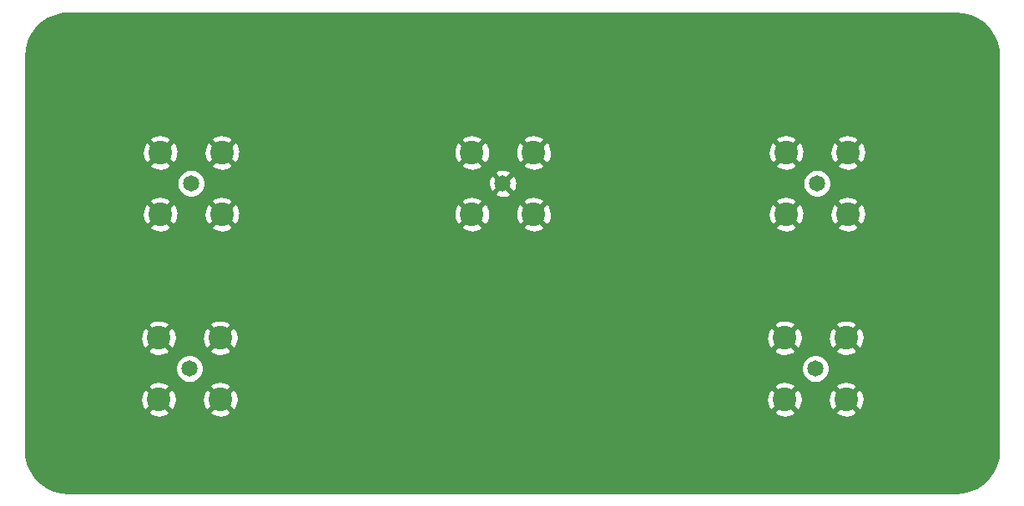
<source format=gbr>
G04 #@! TF.GenerationSoftware,KiCad,Pcbnew,(5.1.5)-3*
G04 #@! TF.CreationDate,2021-02-17T23:25:52-05:00*
G04 #@! TF.ProjectId,AM Bandpass Filter,414d2042-616e-4647-9061-73732046696c,rev?*
G04 #@! TF.SameCoordinates,Original*
G04 #@! TF.FileFunction,Copper,L2,Inr*
G04 #@! TF.FilePolarity,Positive*
%FSLAX46Y46*%
G04 Gerber Fmt 4.6, Leading zero omitted, Abs format (unit mm)*
G04 Created by KiCad (PCBNEW (5.1.5)-3) date 2021-02-17 23:25:52*
%MOMM*%
%LPD*%
G04 APERTURE LIST*
%ADD10C,2.400000*%
%ADD11C,1.650000*%
%ADD12C,0.762000*%
%ADD13C,0.250000*%
G04 APERTURE END LIST*
D10*
X197640000Y-99870000D03*
X203900000Y-99870000D03*
X203900000Y-93610000D03*
X197640000Y-93610000D03*
D11*
X200770000Y-96740000D03*
D10*
X197800000Y-81060000D03*
X204060000Y-81060000D03*
X204060000Y-74800000D03*
X197800000Y-74800000D03*
D11*
X200930000Y-77930000D03*
D10*
X165923000Y-81060000D03*
X172183000Y-81060000D03*
X172183000Y-74800000D03*
X165923000Y-74800000D03*
D11*
X169053000Y-77930000D03*
D10*
X134300000Y-81060000D03*
X140560000Y-81060000D03*
X140560000Y-74800000D03*
X134300000Y-74800000D03*
D11*
X137430000Y-77930000D03*
D10*
X134140000Y-99870000D03*
X140400000Y-99870000D03*
X140400000Y-93610000D03*
X134140000Y-93610000D03*
D11*
X137270000Y-96740000D03*
D12*
X125000000Y-67000000D03*
X125000000Y-65000000D03*
X127000000Y-65000000D03*
X129000000Y-65000000D03*
X131000000Y-65000000D03*
X133000000Y-65000000D03*
X135000000Y-65000000D03*
X137000000Y-65000000D03*
X139000000Y-65000000D03*
X141000000Y-65000000D03*
X143000000Y-65000000D03*
X145000000Y-65000000D03*
X147000000Y-65000000D03*
X149000000Y-65000000D03*
X151000000Y-65000000D03*
X153000000Y-65000000D03*
X155000000Y-65000000D03*
X157000000Y-65000000D03*
X159000000Y-65000000D03*
X161000000Y-65000000D03*
X163000000Y-65000000D03*
X165000000Y-65000000D03*
X167000000Y-65000000D03*
X169000000Y-65000000D03*
X171000000Y-65000000D03*
X173000000Y-65000000D03*
X175000000Y-65000000D03*
X177000000Y-65000000D03*
X179000000Y-65000000D03*
X181000000Y-65000000D03*
X183000000Y-65000000D03*
X185000000Y-65000000D03*
X187000000Y-65000000D03*
X189000000Y-65000000D03*
X191000000Y-65000000D03*
X193000000Y-65000000D03*
X195000000Y-65000000D03*
X197000000Y-65000000D03*
X199000000Y-65000000D03*
X201000000Y-65000000D03*
X203000000Y-65000000D03*
X205000000Y-65000000D03*
X207000000Y-65000000D03*
X209000000Y-65000000D03*
X211000000Y-65000000D03*
X213000000Y-65000000D03*
X215000000Y-65000000D03*
X125000000Y-69000000D03*
X125000000Y-71000000D03*
X125000000Y-73000000D03*
X125000000Y-75000000D03*
X125000000Y-77000000D03*
X125000000Y-79000000D03*
X125000000Y-81000000D03*
X125000000Y-83000000D03*
X125000000Y-85000000D03*
X125000000Y-87000000D03*
X125000000Y-89000000D03*
X125000000Y-91000000D03*
X125000000Y-93000000D03*
X125000000Y-95000000D03*
X125000000Y-97000000D03*
X125000000Y-99000000D03*
X125000000Y-101000000D03*
X125000000Y-103000000D03*
X125000000Y-105000000D03*
X215000000Y-67000000D03*
X215000000Y-69000000D03*
X215000000Y-71000000D03*
X215000000Y-73000000D03*
X215000000Y-75000000D03*
X215000000Y-77000000D03*
X215000000Y-79000000D03*
X215000000Y-81000000D03*
X215000000Y-83000000D03*
X215000000Y-85000000D03*
X215000000Y-87000000D03*
X215000000Y-89000000D03*
X215000000Y-91000000D03*
X215000000Y-93000000D03*
X215000000Y-95000000D03*
X215000000Y-97000000D03*
X215000000Y-99000000D03*
X215000000Y-101000000D03*
X215000000Y-103000000D03*
X215000000Y-105000000D03*
X213000000Y-105000000D03*
X211000000Y-105000000D03*
X209000000Y-105000000D03*
X207000000Y-105000000D03*
X205000000Y-105000000D03*
X203000000Y-105000000D03*
X201000000Y-105000000D03*
X199000000Y-105000000D03*
X197000000Y-105000000D03*
X195000000Y-105000000D03*
X193000000Y-105000000D03*
X191000000Y-105000000D03*
X189000000Y-105000000D03*
X187000000Y-105000000D03*
X185000000Y-105000000D03*
X183000000Y-105000000D03*
X181000000Y-105000000D03*
X179000000Y-105000000D03*
X177000000Y-105000000D03*
X175000000Y-105000000D03*
X173000000Y-105000000D03*
X171000000Y-105000000D03*
X169000000Y-105000000D03*
X167000000Y-105000000D03*
X165000000Y-105000000D03*
X163000000Y-105000000D03*
X161000000Y-105000000D03*
X159000000Y-105000000D03*
X157000000Y-105000000D03*
X155000000Y-105000000D03*
X153000000Y-105000000D03*
X151000000Y-105000000D03*
X149000000Y-105000000D03*
X147000000Y-105000000D03*
X145000000Y-105000000D03*
X143000000Y-105000000D03*
X141000000Y-105000000D03*
X139000000Y-105000000D03*
X137000000Y-105000000D03*
X135000000Y-105000000D03*
X133000000Y-105000000D03*
X131000000Y-105000000D03*
X129000000Y-105000000D03*
X127000000Y-105000000D03*
X139000000Y-103000000D03*
X137000000Y-103000000D03*
X135000000Y-103000000D03*
X133000000Y-103000000D03*
X131000000Y-103000000D03*
X131000000Y-101000000D03*
X131000000Y-99000000D03*
X131000000Y-97000000D03*
X131000000Y-95000000D03*
X131000000Y-93000000D03*
X131000000Y-91000000D03*
X131000000Y-89000000D03*
X131000000Y-87000000D03*
X133000000Y-87000000D03*
X135000000Y-87000000D03*
X137000000Y-87000000D03*
X139000000Y-87000000D03*
X141000000Y-87000000D03*
X141000000Y-89000000D03*
X143000000Y-89000000D03*
X143000000Y-91000000D03*
X145000000Y-91000000D03*
X145000000Y-93000000D03*
X147000000Y-93000000D03*
X149000000Y-93000000D03*
X151000000Y-93000000D03*
X153000000Y-93000000D03*
X155000000Y-93000000D03*
X157000000Y-93000000D03*
X159000000Y-93000000D03*
X161000000Y-93000000D03*
X163000000Y-93000000D03*
X165000000Y-93000000D03*
X167000000Y-93000000D03*
X169000000Y-93000000D03*
X171000000Y-93000000D03*
X173000000Y-93000000D03*
X175000000Y-93000000D03*
X177000000Y-93000000D03*
X179000000Y-93000000D03*
X181000000Y-93000000D03*
X183000000Y-93000000D03*
X185000000Y-93000000D03*
X187000000Y-93000000D03*
X189000000Y-93000000D03*
X191000000Y-93000000D03*
X193000000Y-93000000D03*
X195000000Y-93000000D03*
X195000000Y-91000000D03*
X197000000Y-91000000D03*
X197000000Y-89000000D03*
X199000000Y-89000000D03*
X199000000Y-87000000D03*
X201000000Y-87000000D03*
X203000000Y-87000000D03*
X205000000Y-87000000D03*
X207000000Y-87000000D03*
X207000000Y-89000000D03*
X207000000Y-91000000D03*
X207000000Y-93000000D03*
X207000000Y-95000000D03*
X207000000Y-97000000D03*
X207000000Y-99000000D03*
X207000000Y-101000000D03*
X207000000Y-103000000D03*
X141000000Y-103000000D03*
X143000000Y-103000000D03*
X143000000Y-101000000D03*
X145000000Y-101000000D03*
X147000000Y-101000000D03*
X149000000Y-101000000D03*
X151000000Y-101000000D03*
X153000000Y-101000000D03*
X155000000Y-101000000D03*
X157000000Y-101000000D03*
X159000000Y-101000000D03*
X161000000Y-101000000D03*
X163000000Y-101000000D03*
X165000000Y-101000000D03*
X167000000Y-101000000D03*
X169000000Y-101000000D03*
X171000000Y-101000000D03*
X173000000Y-101000000D03*
X175000000Y-101000000D03*
X177000000Y-101000000D03*
X179000000Y-101000000D03*
X181000000Y-101000000D03*
X183000000Y-101000000D03*
X185000000Y-101000000D03*
X187000000Y-101000000D03*
X189000000Y-101000000D03*
X191000000Y-101000000D03*
X193000000Y-101000000D03*
X195000000Y-101000000D03*
X195000000Y-103000000D03*
X197000000Y-103000000D03*
X199000000Y-103000000D03*
X201000000Y-103000000D03*
X203000000Y-103000000D03*
X205000000Y-103000000D03*
D13*
G36*
X215769864Y-60721292D02*
G01*
X216515389Y-60925245D01*
X217213013Y-61257995D01*
X217840689Y-61709026D01*
X218378579Y-62264085D01*
X218809671Y-62905618D01*
X219120345Y-63613354D01*
X219301980Y-64369917D01*
X219350001Y-65023842D01*
X219350000Y-104971049D01*
X219278708Y-105769865D01*
X219074755Y-106515389D01*
X218742005Y-107213013D01*
X218290972Y-107840692D01*
X217735916Y-108378579D01*
X217094383Y-108809670D01*
X216386650Y-109120344D01*
X215630083Y-109301980D01*
X214976171Y-109350000D01*
X125028951Y-109350000D01*
X124230135Y-109278708D01*
X123484611Y-109074755D01*
X122786987Y-108742005D01*
X122159308Y-108290972D01*
X121621421Y-107735916D01*
X121190330Y-107094383D01*
X120879656Y-106386650D01*
X120698020Y-105630083D01*
X120650000Y-104976171D01*
X120650000Y-101141319D01*
X133045457Y-101141319D01*
X133165736Y-101423622D01*
X133487553Y-101583840D01*
X133834443Y-101678196D01*
X134193075Y-101703063D01*
X134549669Y-101657486D01*
X134890518Y-101543218D01*
X135114264Y-101423622D01*
X135234543Y-101141319D01*
X139305457Y-101141319D01*
X139425736Y-101423622D01*
X139747553Y-101583840D01*
X140094443Y-101678196D01*
X140453075Y-101703063D01*
X140809669Y-101657486D01*
X141150518Y-101543218D01*
X141374264Y-101423622D01*
X141494543Y-101141319D01*
X196545457Y-101141319D01*
X196665736Y-101423622D01*
X196987553Y-101583840D01*
X197334443Y-101678196D01*
X197693075Y-101703063D01*
X198049669Y-101657486D01*
X198390518Y-101543218D01*
X198614264Y-101423622D01*
X198734543Y-101141319D01*
X202805457Y-101141319D01*
X202925736Y-101423622D01*
X203247553Y-101583840D01*
X203594443Y-101678196D01*
X203953075Y-101703063D01*
X204309669Y-101657486D01*
X204650518Y-101543218D01*
X204874264Y-101423622D01*
X204994543Y-101141319D01*
X203900000Y-100046777D01*
X202805457Y-101141319D01*
X198734543Y-101141319D01*
X197640000Y-100046777D01*
X196545457Y-101141319D01*
X141494543Y-101141319D01*
X140400000Y-100046777D01*
X139305457Y-101141319D01*
X135234543Y-101141319D01*
X134140000Y-100046777D01*
X133045457Y-101141319D01*
X120650000Y-101141319D01*
X120650000Y-99923075D01*
X132306937Y-99923075D01*
X132352514Y-100279669D01*
X132466782Y-100620518D01*
X132586378Y-100844264D01*
X132868681Y-100964543D01*
X133963223Y-99870000D01*
X134316777Y-99870000D01*
X135411319Y-100964543D01*
X135693622Y-100844264D01*
X135853840Y-100522447D01*
X135948196Y-100175557D01*
X135965702Y-99923075D01*
X138566937Y-99923075D01*
X138612514Y-100279669D01*
X138726782Y-100620518D01*
X138846378Y-100844264D01*
X139128681Y-100964543D01*
X140223223Y-99870000D01*
X140576777Y-99870000D01*
X141671319Y-100964543D01*
X141953622Y-100844264D01*
X142113840Y-100522447D01*
X142208196Y-100175557D01*
X142225702Y-99923075D01*
X195806937Y-99923075D01*
X195852514Y-100279669D01*
X195966782Y-100620518D01*
X196086378Y-100844264D01*
X196368681Y-100964543D01*
X197463223Y-99870000D01*
X197816777Y-99870000D01*
X198911319Y-100964543D01*
X199193622Y-100844264D01*
X199353840Y-100522447D01*
X199448196Y-100175557D01*
X199465702Y-99923075D01*
X202066937Y-99923075D01*
X202112514Y-100279669D01*
X202226782Y-100620518D01*
X202346378Y-100844264D01*
X202628681Y-100964543D01*
X203723223Y-99870000D01*
X204076777Y-99870000D01*
X205171319Y-100964543D01*
X205453622Y-100844264D01*
X205613840Y-100522447D01*
X205708196Y-100175557D01*
X205733063Y-99816925D01*
X205687486Y-99460331D01*
X205573218Y-99119482D01*
X205453622Y-98895736D01*
X205171319Y-98775457D01*
X204076777Y-99870000D01*
X203723223Y-99870000D01*
X202628681Y-98775457D01*
X202346378Y-98895736D01*
X202186160Y-99217553D01*
X202091804Y-99564443D01*
X202066937Y-99923075D01*
X199465702Y-99923075D01*
X199473063Y-99816925D01*
X199427486Y-99460331D01*
X199313218Y-99119482D01*
X199193622Y-98895736D01*
X198911319Y-98775457D01*
X197816777Y-99870000D01*
X197463223Y-99870000D01*
X196368681Y-98775457D01*
X196086378Y-98895736D01*
X195926160Y-99217553D01*
X195831804Y-99564443D01*
X195806937Y-99923075D01*
X142225702Y-99923075D01*
X142233063Y-99816925D01*
X142187486Y-99460331D01*
X142073218Y-99119482D01*
X141953622Y-98895736D01*
X141671319Y-98775457D01*
X140576777Y-99870000D01*
X140223223Y-99870000D01*
X139128681Y-98775457D01*
X138846378Y-98895736D01*
X138686160Y-99217553D01*
X138591804Y-99564443D01*
X138566937Y-99923075D01*
X135965702Y-99923075D01*
X135973063Y-99816925D01*
X135927486Y-99460331D01*
X135813218Y-99119482D01*
X135693622Y-98895736D01*
X135411319Y-98775457D01*
X134316777Y-99870000D01*
X133963223Y-99870000D01*
X132868681Y-98775457D01*
X132586378Y-98895736D01*
X132426160Y-99217553D01*
X132331804Y-99564443D01*
X132306937Y-99923075D01*
X120650000Y-99923075D01*
X120650000Y-98598681D01*
X133045457Y-98598681D01*
X134140000Y-99693223D01*
X135234543Y-98598681D01*
X139305457Y-98598681D01*
X140400000Y-99693223D01*
X141494543Y-98598681D01*
X196545457Y-98598681D01*
X197640000Y-99693223D01*
X198734543Y-98598681D01*
X202805457Y-98598681D01*
X203900000Y-99693223D01*
X204994543Y-98598681D01*
X204874264Y-98316378D01*
X204552447Y-98156160D01*
X204205557Y-98061804D01*
X203846925Y-98036937D01*
X203490331Y-98082514D01*
X203149482Y-98196782D01*
X202925736Y-98316378D01*
X202805457Y-98598681D01*
X198734543Y-98598681D01*
X198614264Y-98316378D01*
X198292447Y-98156160D01*
X197945557Y-98061804D01*
X197586925Y-98036937D01*
X197230331Y-98082514D01*
X196889482Y-98196782D01*
X196665736Y-98316378D01*
X196545457Y-98598681D01*
X141494543Y-98598681D01*
X141374264Y-98316378D01*
X141052447Y-98156160D01*
X140705557Y-98061804D01*
X140346925Y-98036937D01*
X139990331Y-98082514D01*
X139649482Y-98196782D01*
X139425736Y-98316378D01*
X139305457Y-98598681D01*
X135234543Y-98598681D01*
X135114264Y-98316378D01*
X134792447Y-98156160D01*
X134445557Y-98061804D01*
X134086925Y-98036937D01*
X133730331Y-98082514D01*
X133389482Y-98196782D01*
X133165736Y-98316378D01*
X133045457Y-98598681D01*
X120650000Y-98598681D01*
X120650000Y-96597187D01*
X135820000Y-96597187D01*
X135820000Y-96882813D01*
X135875723Y-97162949D01*
X135985027Y-97426833D01*
X136143711Y-97664321D01*
X136345679Y-97866289D01*
X136583167Y-98024973D01*
X136847051Y-98134277D01*
X137127187Y-98190000D01*
X137412813Y-98190000D01*
X137692949Y-98134277D01*
X137956833Y-98024973D01*
X138194321Y-97866289D01*
X138396289Y-97664321D01*
X138554973Y-97426833D01*
X138664277Y-97162949D01*
X138720000Y-96882813D01*
X138720000Y-96597187D01*
X199320000Y-96597187D01*
X199320000Y-96882813D01*
X199375723Y-97162949D01*
X199485027Y-97426833D01*
X199643711Y-97664321D01*
X199845679Y-97866289D01*
X200083167Y-98024973D01*
X200347051Y-98134277D01*
X200627187Y-98190000D01*
X200912813Y-98190000D01*
X201192949Y-98134277D01*
X201456833Y-98024973D01*
X201694321Y-97866289D01*
X201896289Y-97664321D01*
X202054973Y-97426833D01*
X202164277Y-97162949D01*
X202220000Y-96882813D01*
X202220000Y-96597187D01*
X202164277Y-96317051D01*
X202054973Y-96053167D01*
X201896289Y-95815679D01*
X201694321Y-95613711D01*
X201456833Y-95455027D01*
X201192949Y-95345723D01*
X200912813Y-95290000D01*
X200627187Y-95290000D01*
X200347051Y-95345723D01*
X200083167Y-95455027D01*
X199845679Y-95613711D01*
X199643711Y-95815679D01*
X199485027Y-96053167D01*
X199375723Y-96317051D01*
X199320000Y-96597187D01*
X138720000Y-96597187D01*
X138664277Y-96317051D01*
X138554973Y-96053167D01*
X138396289Y-95815679D01*
X138194321Y-95613711D01*
X137956833Y-95455027D01*
X137692949Y-95345723D01*
X137412813Y-95290000D01*
X137127187Y-95290000D01*
X136847051Y-95345723D01*
X136583167Y-95455027D01*
X136345679Y-95613711D01*
X136143711Y-95815679D01*
X135985027Y-96053167D01*
X135875723Y-96317051D01*
X135820000Y-96597187D01*
X120650000Y-96597187D01*
X120650000Y-94881319D01*
X133045457Y-94881319D01*
X133165736Y-95163622D01*
X133487553Y-95323840D01*
X133834443Y-95418196D01*
X134193075Y-95443063D01*
X134549669Y-95397486D01*
X134890518Y-95283218D01*
X135114264Y-95163622D01*
X135234543Y-94881319D01*
X139305457Y-94881319D01*
X139425736Y-95163622D01*
X139747553Y-95323840D01*
X140094443Y-95418196D01*
X140453075Y-95443063D01*
X140809669Y-95397486D01*
X141150518Y-95283218D01*
X141374264Y-95163622D01*
X141494543Y-94881319D01*
X196545457Y-94881319D01*
X196665736Y-95163622D01*
X196987553Y-95323840D01*
X197334443Y-95418196D01*
X197693075Y-95443063D01*
X198049669Y-95397486D01*
X198390518Y-95283218D01*
X198614264Y-95163622D01*
X198734543Y-94881319D01*
X202805457Y-94881319D01*
X202925736Y-95163622D01*
X203247553Y-95323840D01*
X203594443Y-95418196D01*
X203953075Y-95443063D01*
X204309669Y-95397486D01*
X204650518Y-95283218D01*
X204874264Y-95163622D01*
X204994543Y-94881319D01*
X203900000Y-93786777D01*
X202805457Y-94881319D01*
X198734543Y-94881319D01*
X197640000Y-93786777D01*
X196545457Y-94881319D01*
X141494543Y-94881319D01*
X140400000Y-93786777D01*
X139305457Y-94881319D01*
X135234543Y-94881319D01*
X134140000Y-93786777D01*
X133045457Y-94881319D01*
X120650000Y-94881319D01*
X120650000Y-93663075D01*
X132306937Y-93663075D01*
X132352514Y-94019669D01*
X132466782Y-94360518D01*
X132586378Y-94584264D01*
X132868681Y-94704543D01*
X133963223Y-93610000D01*
X134316777Y-93610000D01*
X135411319Y-94704543D01*
X135693622Y-94584264D01*
X135853840Y-94262447D01*
X135948196Y-93915557D01*
X135965702Y-93663075D01*
X138566937Y-93663075D01*
X138612514Y-94019669D01*
X138726782Y-94360518D01*
X138846378Y-94584264D01*
X139128681Y-94704543D01*
X140223223Y-93610000D01*
X140576777Y-93610000D01*
X141671319Y-94704543D01*
X141953622Y-94584264D01*
X142113840Y-94262447D01*
X142208196Y-93915557D01*
X142225702Y-93663075D01*
X195806937Y-93663075D01*
X195852514Y-94019669D01*
X195966782Y-94360518D01*
X196086378Y-94584264D01*
X196368681Y-94704543D01*
X197463223Y-93610000D01*
X197816777Y-93610000D01*
X198911319Y-94704543D01*
X199193622Y-94584264D01*
X199353840Y-94262447D01*
X199448196Y-93915557D01*
X199465702Y-93663075D01*
X202066937Y-93663075D01*
X202112514Y-94019669D01*
X202226782Y-94360518D01*
X202346378Y-94584264D01*
X202628681Y-94704543D01*
X203723223Y-93610000D01*
X204076777Y-93610000D01*
X205171319Y-94704543D01*
X205453622Y-94584264D01*
X205613840Y-94262447D01*
X205708196Y-93915557D01*
X205733063Y-93556925D01*
X205687486Y-93200331D01*
X205573218Y-92859482D01*
X205453622Y-92635736D01*
X205171319Y-92515457D01*
X204076777Y-93610000D01*
X203723223Y-93610000D01*
X202628681Y-92515457D01*
X202346378Y-92635736D01*
X202186160Y-92957553D01*
X202091804Y-93304443D01*
X202066937Y-93663075D01*
X199465702Y-93663075D01*
X199473063Y-93556925D01*
X199427486Y-93200331D01*
X199313218Y-92859482D01*
X199193622Y-92635736D01*
X198911319Y-92515457D01*
X197816777Y-93610000D01*
X197463223Y-93610000D01*
X196368681Y-92515457D01*
X196086378Y-92635736D01*
X195926160Y-92957553D01*
X195831804Y-93304443D01*
X195806937Y-93663075D01*
X142225702Y-93663075D01*
X142233063Y-93556925D01*
X142187486Y-93200331D01*
X142073218Y-92859482D01*
X141953622Y-92635736D01*
X141671319Y-92515457D01*
X140576777Y-93610000D01*
X140223223Y-93610000D01*
X139128681Y-92515457D01*
X138846378Y-92635736D01*
X138686160Y-92957553D01*
X138591804Y-93304443D01*
X138566937Y-93663075D01*
X135965702Y-93663075D01*
X135973063Y-93556925D01*
X135927486Y-93200331D01*
X135813218Y-92859482D01*
X135693622Y-92635736D01*
X135411319Y-92515457D01*
X134316777Y-93610000D01*
X133963223Y-93610000D01*
X132868681Y-92515457D01*
X132586378Y-92635736D01*
X132426160Y-92957553D01*
X132331804Y-93304443D01*
X132306937Y-93663075D01*
X120650000Y-93663075D01*
X120650000Y-92338681D01*
X133045457Y-92338681D01*
X134140000Y-93433223D01*
X135234543Y-92338681D01*
X139305457Y-92338681D01*
X140400000Y-93433223D01*
X141494543Y-92338681D01*
X196545457Y-92338681D01*
X197640000Y-93433223D01*
X198734543Y-92338681D01*
X202805457Y-92338681D01*
X203900000Y-93433223D01*
X204994543Y-92338681D01*
X204874264Y-92056378D01*
X204552447Y-91896160D01*
X204205557Y-91801804D01*
X203846925Y-91776937D01*
X203490331Y-91822514D01*
X203149482Y-91936782D01*
X202925736Y-92056378D01*
X202805457Y-92338681D01*
X198734543Y-92338681D01*
X198614264Y-92056378D01*
X198292447Y-91896160D01*
X197945557Y-91801804D01*
X197586925Y-91776937D01*
X197230331Y-91822514D01*
X196889482Y-91936782D01*
X196665736Y-92056378D01*
X196545457Y-92338681D01*
X141494543Y-92338681D01*
X141374264Y-92056378D01*
X141052447Y-91896160D01*
X140705557Y-91801804D01*
X140346925Y-91776937D01*
X139990331Y-91822514D01*
X139649482Y-91936782D01*
X139425736Y-92056378D01*
X139305457Y-92338681D01*
X135234543Y-92338681D01*
X135114264Y-92056378D01*
X134792447Y-91896160D01*
X134445557Y-91801804D01*
X134086925Y-91776937D01*
X133730331Y-91822514D01*
X133389482Y-91936782D01*
X133165736Y-92056378D01*
X133045457Y-92338681D01*
X120650000Y-92338681D01*
X120650000Y-82331319D01*
X133205457Y-82331319D01*
X133325736Y-82613622D01*
X133647553Y-82773840D01*
X133994443Y-82868196D01*
X134353075Y-82893063D01*
X134709669Y-82847486D01*
X135050518Y-82733218D01*
X135274264Y-82613622D01*
X135394543Y-82331319D01*
X139465457Y-82331319D01*
X139585736Y-82613622D01*
X139907553Y-82773840D01*
X140254443Y-82868196D01*
X140613075Y-82893063D01*
X140969669Y-82847486D01*
X141310518Y-82733218D01*
X141534264Y-82613622D01*
X141654543Y-82331319D01*
X164828457Y-82331319D01*
X164948736Y-82613622D01*
X165270553Y-82773840D01*
X165617443Y-82868196D01*
X165976075Y-82893063D01*
X166332669Y-82847486D01*
X166673518Y-82733218D01*
X166897264Y-82613622D01*
X167017543Y-82331319D01*
X171088457Y-82331319D01*
X171208736Y-82613622D01*
X171530553Y-82773840D01*
X171877443Y-82868196D01*
X172236075Y-82893063D01*
X172592669Y-82847486D01*
X172933518Y-82733218D01*
X173157264Y-82613622D01*
X173277543Y-82331319D01*
X196705457Y-82331319D01*
X196825736Y-82613622D01*
X197147553Y-82773840D01*
X197494443Y-82868196D01*
X197853075Y-82893063D01*
X198209669Y-82847486D01*
X198550518Y-82733218D01*
X198774264Y-82613622D01*
X198894543Y-82331319D01*
X202965457Y-82331319D01*
X203085736Y-82613622D01*
X203407553Y-82773840D01*
X203754443Y-82868196D01*
X204113075Y-82893063D01*
X204469669Y-82847486D01*
X204810518Y-82733218D01*
X205034264Y-82613622D01*
X205154543Y-82331319D01*
X204060000Y-81236777D01*
X202965457Y-82331319D01*
X198894543Y-82331319D01*
X197800000Y-81236777D01*
X196705457Y-82331319D01*
X173277543Y-82331319D01*
X172183000Y-81236777D01*
X171088457Y-82331319D01*
X167017543Y-82331319D01*
X165923000Y-81236777D01*
X164828457Y-82331319D01*
X141654543Y-82331319D01*
X140560000Y-81236777D01*
X139465457Y-82331319D01*
X135394543Y-82331319D01*
X134300000Y-81236777D01*
X133205457Y-82331319D01*
X120650000Y-82331319D01*
X120650000Y-81113075D01*
X132466937Y-81113075D01*
X132512514Y-81469669D01*
X132626782Y-81810518D01*
X132746378Y-82034264D01*
X133028681Y-82154543D01*
X134123223Y-81060000D01*
X134476777Y-81060000D01*
X135571319Y-82154543D01*
X135853622Y-82034264D01*
X136013840Y-81712447D01*
X136108196Y-81365557D01*
X136125702Y-81113075D01*
X138726937Y-81113075D01*
X138772514Y-81469669D01*
X138886782Y-81810518D01*
X139006378Y-82034264D01*
X139288681Y-82154543D01*
X140383223Y-81060000D01*
X140736777Y-81060000D01*
X141831319Y-82154543D01*
X142113622Y-82034264D01*
X142273840Y-81712447D01*
X142368196Y-81365557D01*
X142385702Y-81113075D01*
X164089937Y-81113075D01*
X164135514Y-81469669D01*
X164249782Y-81810518D01*
X164369378Y-82034264D01*
X164651681Y-82154543D01*
X165746223Y-81060000D01*
X166099777Y-81060000D01*
X167194319Y-82154543D01*
X167476622Y-82034264D01*
X167636840Y-81712447D01*
X167731196Y-81365557D01*
X167748702Y-81113075D01*
X170349937Y-81113075D01*
X170395514Y-81469669D01*
X170509782Y-81810518D01*
X170629378Y-82034264D01*
X170911681Y-82154543D01*
X172006223Y-81060000D01*
X172359777Y-81060000D01*
X173454319Y-82154543D01*
X173736622Y-82034264D01*
X173896840Y-81712447D01*
X173991196Y-81365557D01*
X174008702Y-81113075D01*
X195966937Y-81113075D01*
X196012514Y-81469669D01*
X196126782Y-81810518D01*
X196246378Y-82034264D01*
X196528681Y-82154543D01*
X197623223Y-81060000D01*
X197976777Y-81060000D01*
X199071319Y-82154543D01*
X199353622Y-82034264D01*
X199513840Y-81712447D01*
X199608196Y-81365557D01*
X199625702Y-81113075D01*
X202226937Y-81113075D01*
X202272514Y-81469669D01*
X202386782Y-81810518D01*
X202506378Y-82034264D01*
X202788681Y-82154543D01*
X203883223Y-81060000D01*
X204236777Y-81060000D01*
X205331319Y-82154543D01*
X205613622Y-82034264D01*
X205773840Y-81712447D01*
X205868196Y-81365557D01*
X205893063Y-81006925D01*
X205847486Y-80650331D01*
X205733218Y-80309482D01*
X205613622Y-80085736D01*
X205331319Y-79965457D01*
X204236777Y-81060000D01*
X203883223Y-81060000D01*
X202788681Y-79965457D01*
X202506378Y-80085736D01*
X202346160Y-80407553D01*
X202251804Y-80754443D01*
X202226937Y-81113075D01*
X199625702Y-81113075D01*
X199633063Y-81006925D01*
X199587486Y-80650331D01*
X199473218Y-80309482D01*
X199353622Y-80085736D01*
X199071319Y-79965457D01*
X197976777Y-81060000D01*
X197623223Y-81060000D01*
X196528681Y-79965457D01*
X196246378Y-80085736D01*
X196086160Y-80407553D01*
X195991804Y-80754443D01*
X195966937Y-81113075D01*
X174008702Y-81113075D01*
X174016063Y-81006925D01*
X173970486Y-80650331D01*
X173856218Y-80309482D01*
X173736622Y-80085736D01*
X173454319Y-79965457D01*
X172359777Y-81060000D01*
X172006223Y-81060000D01*
X170911681Y-79965457D01*
X170629378Y-80085736D01*
X170469160Y-80407553D01*
X170374804Y-80754443D01*
X170349937Y-81113075D01*
X167748702Y-81113075D01*
X167756063Y-81006925D01*
X167710486Y-80650331D01*
X167596218Y-80309482D01*
X167476622Y-80085736D01*
X167194319Y-79965457D01*
X166099777Y-81060000D01*
X165746223Y-81060000D01*
X164651681Y-79965457D01*
X164369378Y-80085736D01*
X164209160Y-80407553D01*
X164114804Y-80754443D01*
X164089937Y-81113075D01*
X142385702Y-81113075D01*
X142393063Y-81006925D01*
X142347486Y-80650331D01*
X142233218Y-80309482D01*
X142113622Y-80085736D01*
X141831319Y-79965457D01*
X140736777Y-81060000D01*
X140383223Y-81060000D01*
X139288681Y-79965457D01*
X139006378Y-80085736D01*
X138846160Y-80407553D01*
X138751804Y-80754443D01*
X138726937Y-81113075D01*
X136125702Y-81113075D01*
X136133063Y-81006925D01*
X136087486Y-80650331D01*
X135973218Y-80309482D01*
X135853622Y-80085736D01*
X135571319Y-79965457D01*
X134476777Y-81060000D01*
X134123223Y-81060000D01*
X133028681Y-79965457D01*
X132746378Y-80085736D01*
X132586160Y-80407553D01*
X132491804Y-80754443D01*
X132466937Y-81113075D01*
X120650000Y-81113075D01*
X120650000Y-79788681D01*
X133205457Y-79788681D01*
X134300000Y-80883223D01*
X135394543Y-79788681D01*
X139465457Y-79788681D01*
X140560000Y-80883223D01*
X141654543Y-79788681D01*
X164828457Y-79788681D01*
X165923000Y-80883223D01*
X167017543Y-79788681D01*
X171088457Y-79788681D01*
X172183000Y-80883223D01*
X173277543Y-79788681D01*
X196705457Y-79788681D01*
X197800000Y-80883223D01*
X198894543Y-79788681D01*
X202965457Y-79788681D01*
X204060000Y-80883223D01*
X205154543Y-79788681D01*
X205034264Y-79506378D01*
X204712447Y-79346160D01*
X204365557Y-79251804D01*
X204006925Y-79226937D01*
X203650331Y-79272514D01*
X203309482Y-79386782D01*
X203085736Y-79506378D01*
X202965457Y-79788681D01*
X198894543Y-79788681D01*
X198774264Y-79506378D01*
X198452447Y-79346160D01*
X198105557Y-79251804D01*
X197746925Y-79226937D01*
X197390331Y-79272514D01*
X197049482Y-79386782D01*
X196825736Y-79506378D01*
X196705457Y-79788681D01*
X173277543Y-79788681D01*
X173157264Y-79506378D01*
X172835447Y-79346160D01*
X172488557Y-79251804D01*
X172129925Y-79226937D01*
X171773331Y-79272514D01*
X171432482Y-79386782D01*
X171208736Y-79506378D01*
X171088457Y-79788681D01*
X167017543Y-79788681D01*
X166897264Y-79506378D01*
X166575447Y-79346160D01*
X166228557Y-79251804D01*
X165869925Y-79226937D01*
X165513331Y-79272514D01*
X165172482Y-79386782D01*
X164948736Y-79506378D01*
X164828457Y-79788681D01*
X141654543Y-79788681D01*
X141534264Y-79506378D01*
X141212447Y-79346160D01*
X140865557Y-79251804D01*
X140506925Y-79226937D01*
X140150331Y-79272514D01*
X139809482Y-79386782D01*
X139585736Y-79506378D01*
X139465457Y-79788681D01*
X135394543Y-79788681D01*
X135274264Y-79506378D01*
X134952447Y-79346160D01*
X134605557Y-79251804D01*
X134246925Y-79226937D01*
X133890331Y-79272514D01*
X133549482Y-79386782D01*
X133325736Y-79506378D01*
X133205457Y-79788681D01*
X120650000Y-79788681D01*
X120650000Y-77787187D01*
X135980000Y-77787187D01*
X135980000Y-78072813D01*
X136035723Y-78352949D01*
X136145027Y-78616833D01*
X136303711Y-78854321D01*
X136505679Y-79056289D01*
X136743167Y-79214973D01*
X137007051Y-79324277D01*
X137287187Y-79380000D01*
X137572813Y-79380000D01*
X137852949Y-79324277D01*
X138116833Y-79214973D01*
X138354321Y-79056289D01*
X138476698Y-78933912D01*
X168225865Y-78933912D01*
X168300872Y-79177878D01*
X168558773Y-79300634D01*
X168835666Y-79370716D01*
X169120912Y-79385432D01*
X169403548Y-79344218D01*
X169672713Y-79248655D01*
X169805128Y-79177878D01*
X169880135Y-78933912D01*
X169053000Y-78106777D01*
X168225865Y-78933912D01*
X138476698Y-78933912D01*
X138556289Y-78854321D01*
X138714973Y-78616833D01*
X138824277Y-78352949D01*
X138880000Y-78072813D01*
X138880000Y-77997912D01*
X167597568Y-77997912D01*
X167638782Y-78280548D01*
X167734345Y-78549713D01*
X167805122Y-78682128D01*
X168049088Y-78757135D01*
X168876223Y-77930000D01*
X169229777Y-77930000D01*
X170056912Y-78757135D01*
X170300878Y-78682128D01*
X170423634Y-78424227D01*
X170493716Y-78147334D01*
X170508432Y-77862088D01*
X170497510Y-77787187D01*
X199480000Y-77787187D01*
X199480000Y-78072813D01*
X199535723Y-78352949D01*
X199645027Y-78616833D01*
X199803711Y-78854321D01*
X200005679Y-79056289D01*
X200243167Y-79214973D01*
X200507051Y-79324277D01*
X200787187Y-79380000D01*
X201072813Y-79380000D01*
X201352949Y-79324277D01*
X201616833Y-79214973D01*
X201854321Y-79056289D01*
X202056289Y-78854321D01*
X202214973Y-78616833D01*
X202324277Y-78352949D01*
X202380000Y-78072813D01*
X202380000Y-77787187D01*
X202324277Y-77507051D01*
X202214973Y-77243167D01*
X202056289Y-77005679D01*
X201854321Y-76803711D01*
X201616833Y-76645027D01*
X201352949Y-76535723D01*
X201072813Y-76480000D01*
X200787187Y-76480000D01*
X200507051Y-76535723D01*
X200243167Y-76645027D01*
X200005679Y-76803711D01*
X199803711Y-77005679D01*
X199645027Y-77243167D01*
X199535723Y-77507051D01*
X199480000Y-77787187D01*
X170497510Y-77787187D01*
X170467218Y-77579452D01*
X170371655Y-77310287D01*
X170300878Y-77177872D01*
X170056912Y-77102865D01*
X169229777Y-77930000D01*
X168876223Y-77930000D01*
X168049088Y-77102865D01*
X167805122Y-77177872D01*
X167682366Y-77435773D01*
X167612284Y-77712666D01*
X167597568Y-77997912D01*
X138880000Y-77997912D01*
X138880000Y-77787187D01*
X138824277Y-77507051D01*
X138714973Y-77243167D01*
X138556289Y-77005679D01*
X138476698Y-76926088D01*
X168225865Y-76926088D01*
X169053000Y-77753223D01*
X169880135Y-76926088D01*
X169805128Y-76682122D01*
X169547227Y-76559366D01*
X169270334Y-76489284D01*
X168985088Y-76474568D01*
X168702452Y-76515782D01*
X168433287Y-76611345D01*
X168300872Y-76682122D01*
X168225865Y-76926088D01*
X138476698Y-76926088D01*
X138354321Y-76803711D01*
X138116833Y-76645027D01*
X137852949Y-76535723D01*
X137572813Y-76480000D01*
X137287187Y-76480000D01*
X137007051Y-76535723D01*
X136743167Y-76645027D01*
X136505679Y-76803711D01*
X136303711Y-77005679D01*
X136145027Y-77243167D01*
X136035723Y-77507051D01*
X135980000Y-77787187D01*
X120650000Y-77787187D01*
X120650000Y-76071319D01*
X133205457Y-76071319D01*
X133325736Y-76353622D01*
X133647553Y-76513840D01*
X133994443Y-76608196D01*
X134353075Y-76633063D01*
X134709669Y-76587486D01*
X135050518Y-76473218D01*
X135274264Y-76353622D01*
X135394543Y-76071319D01*
X139465457Y-76071319D01*
X139585736Y-76353622D01*
X139907553Y-76513840D01*
X140254443Y-76608196D01*
X140613075Y-76633063D01*
X140969669Y-76587486D01*
X141310518Y-76473218D01*
X141534264Y-76353622D01*
X141654543Y-76071319D01*
X164828457Y-76071319D01*
X164948736Y-76353622D01*
X165270553Y-76513840D01*
X165617443Y-76608196D01*
X165976075Y-76633063D01*
X166332669Y-76587486D01*
X166673518Y-76473218D01*
X166897264Y-76353622D01*
X167017543Y-76071319D01*
X171088457Y-76071319D01*
X171208736Y-76353622D01*
X171530553Y-76513840D01*
X171877443Y-76608196D01*
X172236075Y-76633063D01*
X172592669Y-76587486D01*
X172933518Y-76473218D01*
X173157264Y-76353622D01*
X173277543Y-76071319D01*
X196705457Y-76071319D01*
X196825736Y-76353622D01*
X197147553Y-76513840D01*
X197494443Y-76608196D01*
X197853075Y-76633063D01*
X198209669Y-76587486D01*
X198550518Y-76473218D01*
X198774264Y-76353622D01*
X198894543Y-76071319D01*
X202965457Y-76071319D01*
X203085736Y-76353622D01*
X203407553Y-76513840D01*
X203754443Y-76608196D01*
X204113075Y-76633063D01*
X204469669Y-76587486D01*
X204810518Y-76473218D01*
X205034264Y-76353622D01*
X205154543Y-76071319D01*
X204060000Y-74976777D01*
X202965457Y-76071319D01*
X198894543Y-76071319D01*
X197800000Y-74976777D01*
X196705457Y-76071319D01*
X173277543Y-76071319D01*
X172183000Y-74976777D01*
X171088457Y-76071319D01*
X167017543Y-76071319D01*
X165923000Y-74976777D01*
X164828457Y-76071319D01*
X141654543Y-76071319D01*
X140560000Y-74976777D01*
X139465457Y-76071319D01*
X135394543Y-76071319D01*
X134300000Y-74976777D01*
X133205457Y-76071319D01*
X120650000Y-76071319D01*
X120650000Y-74853075D01*
X132466937Y-74853075D01*
X132512514Y-75209669D01*
X132626782Y-75550518D01*
X132746378Y-75774264D01*
X133028681Y-75894543D01*
X134123223Y-74800000D01*
X134476777Y-74800000D01*
X135571319Y-75894543D01*
X135853622Y-75774264D01*
X136013840Y-75452447D01*
X136108196Y-75105557D01*
X136125702Y-74853075D01*
X138726937Y-74853075D01*
X138772514Y-75209669D01*
X138886782Y-75550518D01*
X139006378Y-75774264D01*
X139288681Y-75894543D01*
X140383223Y-74800000D01*
X140736777Y-74800000D01*
X141831319Y-75894543D01*
X142113622Y-75774264D01*
X142273840Y-75452447D01*
X142368196Y-75105557D01*
X142385702Y-74853075D01*
X164089937Y-74853075D01*
X164135514Y-75209669D01*
X164249782Y-75550518D01*
X164369378Y-75774264D01*
X164651681Y-75894543D01*
X165746223Y-74800000D01*
X166099777Y-74800000D01*
X167194319Y-75894543D01*
X167476622Y-75774264D01*
X167636840Y-75452447D01*
X167731196Y-75105557D01*
X167748702Y-74853075D01*
X170349937Y-74853075D01*
X170395514Y-75209669D01*
X170509782Y-75550518D01*
X170629378Y-75774264D01*
X170911681Y-75894543D01*
X172006223Y-74800000D01*
X172359777Y-74800000D01*
X173454319Y-75894543D01*
X173736622Y-75774264D01*
X173896840Y-75452447D01*
X173991196Y-75105557D01*
X174008702Y-74853075D01*
X195966937Y-74853075D01*
X196012514Y-75209669D01*
X196126782Y-75550518D01*
X196246378Y-75774264D01*
X196528681Y-75894543D01*
X197623223Y-74800000D01*
X197976777Y-74800000D01*
X199071319Y-75894543D01*
X199353622Y-75774264D01*
X199513840Y-75452447D01*
X199608196Y-75105557D01*
X199625702Y-74853075D01*
X202226937Y-74853075D01*
X202272514Y-75209669D01*
X202386782Y-75550518D01*
X202506378Y-75774264D01*
X202788681Y-75894543D01*
X203883223Y-74800000D01*
X204236777Y-74800000D01*
X205331319Y-75894543D01*
X205613622Y-75774264D01*
X205773840Y-75452447D01*
X205868196Y-75105557D01*
X205893063Y-74746925D01*
X205847486Y-74390331D01*
X205733218Y-74049482D01*
X205613622Y-73825736D01*
X205331319Y-73705457D01*
X204236777Y-74800000D01*
X203883223Y-74800000D01*
X202788681Y-73705457D01*
X202506378Y-73825736D01*
X202346160Y-74147553D01*
X202251804Y-74494443D01*
X202226937Y-74853075D01*
X199625702Y-74853075D01*
X199633063Y-74746925D01*
X199587486Y-74390331D01*
X199473218Y-74049482D01*
X199353622Y-73825736D01*
X199071319Y-73705457D01*
X197976777Y-74800000D01*
X197623223Y-74800000D01*
X196528681Y-73705457D01*
X196246378Y-73825736D01*
X196086160Y-74147553D01*
X195991804Y-74494443D01*
X195966937Y-74853075D01*
X174008702Y-74853075D01*
X174016063Y-74746925D01*
X173970486Y-74390331D01*
X173856218Y-74049482D01*
X173736622Y-73825736D01*
X173454319Y-73705457D01*
X172359777Y-74800000D01*
X172006223Y-74800000D01*
X170911681Y-73705457D01*
X170629378Y-73825736D01*
X170469160Y-74147553D01*
X170374804Y-74494443D01*
X170349937Y-74853075D01*
X167748702Y-74853075D01*
X167756063Y-74746925D01*
X167710486Y-74390331D01*
X167596218Y-74049482D01*
X167476622Y-73825736D01*
X167194319Y-73705457D01*
X166099777Y-74800000D01*
X165746223Y-74800000D01*
X164651681Y-73705457D01*
X164369378Y-73825736D01*
X164209160Y-74147553D01*
X164114804Y-74494443D01*
X164089937Y-74853075D01*
X142385702Y-74853075D01*
X142393063Y-74746925D01*
X142347486Y-74390331D01*
X142233218Y-74049482D01*
X142113622Y-73825736D01*
X141831319Y-73705457D01*
X140736777Y-74800000D01*
X140383223Y-74800000D01*
X139288681Y-73705457D01*
X139006378Y-73825736D01*
X138846160Y-74147553D01*
X138751804Y-74494443D01*
X138726937Y-74853075D01*
X136125702Y-74853075D01*
X136133063Y-74746925D01*
X136087486Y-74390331D01*
X135973218Y-74049482D01*
X135853622Y-73825736D01*
X135571319Y-73705457D01*
X134476777Y-74800000D01*
X134123223Y-74800000D01*
X133028681Y-73705457D01*
X132746378Y-73825736D01*
X132586160Y-74147553D01*
X132491804Y-74494443D01*
X132466937Y-74853075D01*
X120650000Y-74853075D01*
X120650000Y-73528681D01*
X133205457Y-73528681D01*
X134300000Y-74623223D01*
X135394543Y-73528681D01*
X139465457Y-73528681D01*
X140560000Y-74623223D01*
X141654543Y-73528681D01*
X164828457Y-73528681D01*
X165923000Y-74623223D01*
X167017543Y-73528681D01*
X171088457Y-73528681D01*
X172183000Y-74623223D01*
X173277543Y-73528681D01*
X196705457Y-73528681D01*
X197800000Y-74623223D01*
X198894543Y-73528681D01*
X202965457Y-73528681D01*
X204060000Y-74623223D01*
X205154543Y-73528681D01*
X205034264Y-73246378D01*
X204712447Y-73086160D01*
X204365557Y-72991804D01*
X204006925Y-72966937D01*
X203650331Y-73012514D01*
X203309482Y-73126782D01*
X203085736Y-73246378D01*
X202965457Y-73528681D01*
X198894543Y-73528681D01*
X198774264Y-73246378D01*
X198452447Y-73086160D01*
X198105557Y-72991804D01*
X197746925Y-72966937D01*
X197390331Y-73012514D01*
X197049482Y-73126782D01*
X196825736Y-73246378D01*
X196705457Y-73528681D01*
X173277543Y-73528681D01*
X173157264Y-73246378D01*
X172835447Y-73086160D01*
X172488557Y-72991804D01*
X172129925Y-72966937D01*
X171773331Y-73012514D01*
X171432482Y-73126782D01*
X171208736Y-73246378D01*
X171088457Y-73528681D01*
X167017543Y-73528681D01*
X166897264Y-73246378D01*
X166575447Y-73086160D01*
X166228557Y-72991804D01*
X165869925Y-72966937D01*
X165513331Y-73012514D01*
X165172482Y-73126782D01*
X164948736Y-73246378D01*
X164828457Y-73528681D01*
X141654543Y-73528681D01*
X141534264Y-73246378D01*
X141212447Y-73086160D01*
X140865557Y-72991804D01*
X140506925Y-72966937D01*
X140150331Y-73012514D01*
X139809482Y-73126782D01*
X139585736Y-73246378D01*
X139465457Y-73528681D01*
X135394543Y-73528681D01*
X135274264Y-73246378D01*
X134952447Y-73086160D01*
X134605557Y-72991804D01*
X134246925Y-72966937D01*
X133890331Y-73012514D01*
X133549482Y-73126782D01*
X133325736Y-73246378D01*
X133205457Y-73528681D01*
X120650000Y-73528681D01*
X120650000Y-65028951D01*
X120721292Y-64230136D01*
X120925245Y-63484611D01*
X121257995Y-62786987D01*
X121709026Y-62159311D01*
X122264085Y-61621421D01*
X122905618Y-61190329D01*
X123613354Y-60879655D01*
X124369917Y-60698020D01*
X125023829Y-60650000D01*
X214971049Y-60650000D01*
X215769864Y-60721292D01*
G37*
X215769864Y-60721292D02*
X216515389Y-60925245D01*
X217213013Y-61257995D01*
X217840689Y-61709026D01*
X218378579Y-62264085D01*
X218809671Y-62905618D01*
X219120345Y-63613354D01*
X219301980Y-64369917D01*
X219350001Y-65023842D01*
X219350000Y-104971049D01*
X219278708Y-105769865D01*
X219074755Y-106515389D01*
X218742005Y-107213013D01*
X218290972Y-107840692D01*
X217735916Y-108378579D01*
X217094383Y-108809670D01*
X216386650Y-109120344D01*
X215630083Y-109301980D01*
X214976171Y-109350000D01*
X125028951Y-109350000D01*
X124230135Y-109278708D01*
X123484611Y-109074755D01*
X122786987Y-108742005D01*
X122159308Y-108290972D01*
X121621421Y-107735916D01*
X121190330Y-107094383D01*
X120879656Y-106386650D01*
X120698020Y-105630083D01*
X120650000Y-104976171D01*
X120650000Y-101141319D01*
X133045457Y-101141319D01*
X133165736Y-101423622D01*
X133487553Y-101583840D01*
X133834443Y-101678196D01*
X134193075Y-101703063D01*
X134549669Y-101657486D01*
X134890518Y-101543218D01*
X135114264Y-101423622D01*
X135234543Y-101141319D01*
X139305457Y-101141319D01*
X139425736Y-101423622D01*
X139747553Y-101583840D01*
X140094443Y-101678196D01*
X140453075Y-101703063D01*
X140809669Y-101657486D01*
X141150518Y-101543218D01*
X141374264Y-101423622D01*
X141494543Y-101141319D01*
X196545457Y-101141319D01*
X196665736Y-101423622D01*
X196987553Y-101583840D01*
X197334443Y-101678196D01*
X197693075Y-101703063D01*
X198049669Y-101657486D01*
X198390518Y-101543218D01*
X198614264Y-101423622D01*
X198734543Y-101141319D01*
X202805457Y-101141319D01*
X202925736Y-101423622D01*
X203247553Y-101583840D01*
X203594443Y-101678196D01*
X203953075Y-101703063D01*
X204309669Y-101657486D01*
X204650518Y-101543218D01*
X204874264Y-101423622D01*
X204994543Y-101141319D01*
X203900000Y-100046777D01*
X202805457Y-101141319D01*
X198734543Y-101141319D01*
X197640000Y-100046777D01*
X196545457Y-101141319D01*
X141494543Y-101141319D01*
X140400000Y-100046777D01*
X139305457Y-101141319D01*
X135234543Y-101141319D01*
X134140000Y-100046777D01*
X133045457Y-101141319D01*
X120650000Y-101141319D01*
X120650000Y-99923075D01*
X132306937Y-99923075D01*
X132352514Y-100279669D01*
X132466782Y-100620518D01*
X132586378Y-100844264D01*
X132868681Y-100964543D01*
X133963223Y-99870000D01*
X134316777Y-99870000D01*
X135411319Y-100964543D01*
X135693622Y-100844264D01*
X135853840Y-100522447D01*
X135948196Y-100175557D01*
X135965702Y-99923075D01*
X138566937Y-99923075D01*
X138612514Y-100279669D01*
X138726782Y-100620518D01*
X138846378Y-100844264D01*
X139128681Y-100964543D01*
X140223223Y-99870000D01*
X140576777Y-99870000D01*
X141671319Y-100964543D01*
X141953622Y-100844264D01*
X142113840Y-100522447D01*
X142208196Y-100175557D01*
X142225702Y-99923075D01*
X195806937Y-99923075D01*
X195852514Y-100279669D01*
X195966782Y-100620518D01*
X196086378Y-100844264D01*
X196368681Y-100964543D01*
X197463223Y-99870000D01*
X197816777Y-99870000D01*
X198911319Y-100964543D01*
X199193622Y-100844264D01*
X199353840Y-100522447D01*
X199448196Y-100175557D01*
X199465702Y-99923075D01*
X202066937Y-99923075D01*
X202112514Y-100279669D01*
X202226782Y-100620518D01*
X202346378Y-100844264D01*
X202628681Y-100964543D01*
X203723223Y-99870000D01*
X204076777Y-99870000D01*
X205171319Y-100964543D01*
X205453622Y-100844264D01*
X205613840Y-100522447D01*
X205708196Y-100175557D01*
X205733063Y-99816925D01*
X205687486Y-99460331D01*
X205573218Y-99119482D01*
X205453622Y-98895736D01*
X205171319Y-98775457D01*
X204076777Y-99870000D01*
X203723223Y-99870000D01*
X202628681Y-98775457D01*
X202346378Y-98895736D01*
X202186160Y-99217553D01*
X202091804Y-99564443D01*
X202066937Y-99923075D01*
X199465702Y-99923075D01*
X199473063Y-99816925D01*
X199427486Y-99460331D01*
X199313218Y-99119482D01*
X199193622Y-98895736D01*
X198911319Y-98775457D01*
X197816777Y-99870000D01*
X197463223Y-99870000D01*
X196368681Y-98775457D01*
X196086378Y-98895736D01*
X195926160Y-99217553D01*
X195831804Y-99564443D01*
X195806937Y-99923075D01*
X142225702Y-99923075D01*
X142233063Y-99816925D01*
X142187486Y-99460331D01*
X142073218Y-99119482D01*
X141953622Y-98895736D01*
X141671319Y-98775457D01*
X140576777Y-99870000D01*
X140223223Y-99870000D01*
X139128681Y-98775457D01*
X138846378Y-98895736D01*
X138686160Y-99217553D01*
X138591804Y-99564443D01*
X138566937Y-99923075D01*
X135965702Y-99923075D01*
X135973063Y-99816925D01*
X135927486Y-99460331D01*
X135813218Y-99119482D01*
X135693622Y-98895736D01*
X135411319Y-98775457D01*
X134316777Y-99870000D01*
X133963223Y-99870000D01*
X132868681Y-98775457D01*
X132586378Y-98895736D01*
X132426160Y-99217553D01*
X132331804Y-99564443D01*
X132306937Y-99923075D01*
X120650000Y-99923075D01*
X120650000Y-98598681D01*
X133045457Y-98598681D01*
X134140000Y-99693223D01*
X135234543Y-98598681D01*
X139305457Y-98598681D01*
X140400000Y-99693223D01*
X141494543Y-98598681D01*
X196545457Y-98598681D01*
X197640000Y-99693223D01*
X198734543Y-98598681D01*
X202805457Y-98598681D01*
X203900000Y-99693223D01*
X204994543Y-98598681D01*
X204874264Y-98316378D01*
X204552447Y-98156160D01*
X204205557Y-98061804D01*
X203846925Y-98036937D01*
X203490331Y-98082514D01*
X203149482Y-98196782D01*
X202925736Y-98316378D01*
X202805457Y-98598681D01*
X198734543Y-98598681D01*
X198614264Y-98316378D01*
X198292447Y-98156160D01*
X197945557Y-98061804D01*
X197586925Y-98036937D01*
X197230331Y-98082514D01*
X196889482Y-98196782D01*
X196665736Y-98316378D01*
X196545457Y-98598681D01*
X141494543Y-98598681D01*
X141374264Y-98316378D01*
X141052447Y-98156160D01*
X140705557Y-98061804D01*
X140346925Y-98036937D01*
X139990331Y-98082514D01*
X139649482Y-98196782D01*
X139425736Y-98316378D01*
X139305457Y-98598681D01*
X135234543Y-98598681D01*
X135114264Y-98316378D01*
X134792447Y-98156160D01*
X134445557Y-98061804D01*
X134086925Y-98036937D01*
X133730331Y-98082514D01*
X133389482Y-98196782D01*
X133165736Y-98316378D01*
X133045457Y-98598681D01*
X120650000Y-98598681D01*
X120650000Y-96597187D01*
X135820000Y-96597187D01*
X135820000Y-96882813D01*
X135875723Y-97162949D01*
X135985027Y-97426833D01*
X136143711Y-97664321D01*
X136345679Y-97866289D01*
X136583167Y-98024973D01*
X136847051Y-98134277D01*
X137127187Y-98190000D01*
X137412813Y-98190000D01*
X137692949Y-98134277D01*
X137956833Y-98024973D01*
X138194321Y-97866289D01*
X138396289Y-97664321D01*
X138554973Y-97426833D01*
X138664277Y-97162949D01*
X138720000Y-96882813D01*
X138720000Y-96597187D01*
X199320000Y-96597187D01*
X199320000Y-96882813D01*
X199375723Y-97162949D01*
X199485027Y-97426833D01*
X199643711Y-97664321D01*
X199845679Y-97866289D01*
X200083167Y-98024973D01*
X200347051Y-98134277D01*
X200627187Y-98190000D01*
X200912813Y-98190000D01*
X201192949Y-98134277D01*
X201456833Y-98024973D01*
X201694321Y-97866289D01*
X201896289Y-97664321D01*
X202054973Y-97426833D01*
X202164277Y-97162949D01*
X202220000Y-96882813D01*
X202220000Y-96597187D01*
X202164277Y-96317051D01*
X202054973Y-96053167D01*
X201896289Y-95815679D01*
X201694321Y-95613711D01*
X201456833Y-95455027D01*
X201192949Y-95345723D01*
X200912813Y-95290000D01*
X200627187Y-95290000D01*
X200347051Y-95345723D01*
X200083167Y-95455027D01*
X199845679Y-95613711D01*
X199643711Y-95815679D01*
X199485027Y-96053167D01*
X199375723Y-96317051D01*
X199320000Y-96597187D01*
X138720000Y-96597187D01*
X138664277Y-96317051D01*
X138554973Y-96053167D01*
X138396289Y-95815679D01*
X138194321Y-95613711D01*
X137956833Y-95455027D01*
X137692949Y-95345723D01*
X137412813Y-95290000D01*
X137127187Y-95290000D01*
X136847051Y-95345723D01*
X136583167Y-95455027D01*
X136345679Y-95613711D01*
X136143711Y-95815679D01*
X135985027Y-96053167D01*
X135875723Y-96317051D01*
X135820000Y-96597187D01*
X120650000Y-96597187D01*
X120650000Y-94881319D01*
X133045457Y-94881319D01*
X133165736Y-95163622D01*
X133487553Y-95323840D01*
X133834443Y-95418196D01*
X134193075Y-95443063D01*
X134549669Y-95397486D01*
X134890518Y-95283218D01*
X135114264Y-95163622D01*
X135234543Y-94881319D01*
X139305457Y-94881319D01*
X139425736Y-95163622D01*
X139747553Y-95323840D01*
X140094443Y-95418196D01*
X140453075Y-95443063D01*
X140809669Y-95397486D01*
X141150518Y-95283218D01*
X141374264Y-95163622D01*
X141494543Y-94881319D01*
X196545457Y-94881319D01*
X196665736Y-95163622D01*
X196987553Y-95323840D01*
X197334443Y-95418196D01*
X197693075Y-95443063D01*
X198049669Y-95397486D01*
X198390518Y-95283218D01*
X198614264Y-95163622D01*
X198734543Y-94881319D01*
X202805457Y-94881319D01*
X202925736Y-95163622D01*
X203247553Y-95323840D01*
X203594443Y-95418196D01*
X203953075Y-95443063D01*
X204309669Y-95397486D01*
X204650518Y-95283218D01*
X204874264Y-95163622D01*
X204994543Y-94881319D01*
X203900000Y-93786777D01*
X202805457Y-94881319D01*
X198734543Y-94881319D01*
X197640000Y-93786777D01*
X196545457Y-94881319D01*
X141494543Y-94881319D01*
X140400000Y-93786777D01*
X139305457Y-94881319D01*
X135234543Y-94881319D01*
X134140000Y-93786777D01*
X133045457Y-94881319D01*
X120650000Y-94881319D01*
X120650000Y-93663075D01*
X132306937Y-93663075D01*
X132352514Y-94019669D01*
X132466782Y-94360518D01*
X132586378Y-94584264D01*
X132868681Y-94704543D01*
X133963223Y-93610000D01*
X134316777Y-93610000D01*
X135411319Y-94704543D01*
X135693622Y-94584264D01*
X135853840Y-94262447D01*
X135948196Y-93915557D01*
X135965702Y-93663075D01*
X138566937Y-93663075D01*
X138612514Y-94019669D01*
X138726782Y-94360518D01*
X138846378Y-94584264D01*
X139128681Y-94704543D01*
X140223223Y-93610000D01*
X140576777Y-93610000D01*
X141671319Y-94704543D01*
X141953622Y-94584264D01*
X142113840Y-94262447D01*
X142208196Y-93915557D01*
X142225702Y-93663075D01*
X195806937Y-93663075D01*
X195852514Y-94019669D01*
X195966782Y-94360518D01*
X196086378Y-94584264D01*
X196368681Y-94704543D01*
X197463223Y-93610000D01*
X197816777Y-93610000D01*
X198911319Y-94704543D01*
X199193622Y-94584264D01*
X199353840Y-94262447D01*
X199448196Y-93915557D01*
X199465702Y-93663075D01*
X202066937Y-93663075D01*
X202112514Y-94019669D01*
X202226782Y-94360518D01*
X202346378Y-94584264D01*
X202628681Y-94704543D01*
X203723223Y-93610000D01*
X204076777Y-93610000D01*
X205171319Y-94704543D01*
X205453622Y-94584264D01*
X205613840Y-94262447D01*
X205708196Y-93915557D01*
X205733063Y-93556925D01*
X205687486Y-93200331D01*
X205573218Y-92859482D01*
X205453622Y-92635736D01*
X205171319Y-92515457D01*
X204076777Y-93610000D01*
X203723223Y-93610000D01*
X202628681Y-92515457D01*
X202346378Y-92635736D01*
X202186160Y-92957553D01*
X202091804Y-93304443D01*
X202066937Y-93663075D01*
X199465702Y-93663075D01*
X199473063Y-93556925D01*
X199427486Y-93200331D01*
X199313218Y-92859482D01*
X199193622Y-92635736D01*
X198911319Y-92515457D01*
X197816777Y-93610000D01*
X197463223Y-93610000D01*
X196368681Y-92515457D01*
X196086378Y-92635736D01*
X195926160Y-92957553D01*
X195831804Y-93304443D01*
X195806937Y-93663075D01*
X142225702Y-93663075D01*
X142233063Y-93556925D01*
X142187486Y-93200331D01*
X142073218Y-92859482D01*
X141953622Y-92635736D01*
X141671319Y-92515457D01*
X140576777Y-93610000D01*
X140223223Y-93610000D01*
X139128681Y-92515457D01*
X138846378Y-92635736D01*
X138686160Y-92957553D01*
X138591804Y-93304443D01*
X138566937Y-93663075D01*
X135965702Y-93663075D01*
X135973063Y-93556925D01*
X135927486Y-93200331D01*
X135813218Y-92859482D01*
X135693622Y-92635736D01*
X135411319Y-92515457D01*
X134316777Y-93610000D01*
X133963223Y-93610000D01*
X132868681Y-92515457D01*
X132586378Y-92635736D01*
X132426160Y-92957553D01*
X132331804Y-93304443D01*
X132306937Y-93663075D01*
X120650000Y-93663075D01*
X120650000Y-92338681D01*
X133045457Y-92338681D01*
X134140000Y-93433223D01*
X135234543Y-92338681D01*
X139305457Y-92338681D01*
X140400000Y-93433223D01*
X141494543Y-92338681D01*
X196545457Y-92338681D01*
X197640000Y-93433223D01*
X198734543Y-92338681D01*
X202805457Y-92338681D01*
X203900000Y-93433223D01*
X204994543Y-92338681D01*
X204874264Y-92056378D01*
X204552447Y-91896160D01*
X204205557Y-91801804D01*
X203846925Y-91776937D01*
X203490331Y-91822514D01*
X203149482Y-91936782D01*
X202925736Y-92056378D01*
X202805457Y-92338681D01*
X198734543Y-92338681D01*
X198614264Y-92056378D01*
X198292447Y-91896160D01*
X197945557Y-91801804D01*
X197586925Y-91776937D01*
X197230331Y-91822514D01*
X196889482Y-91936782D01*
X196665736Y-92056378D01*
X196545457Y-92338681D01*
X141494543Y-92338681D01*
X141374264Y-92056378D01*
X141052447Y-91896160D01*
X140705557Y-91801804D01*
X140346925Y-91776937D01*
X139990331Y-91822514D01*
X139649482Y-91936782D01*
X139425736Y-92056378D01*
X139305457Y-92338681D01*
X135234543Y-92338681D01*
X135114264Y-92056378D01*
X134792447Y-91896160D01*
X134445557Y-91801804D01*
X134086925Y-91776937D01*
X133730331Y-91822514D01*
X133389482Y-91936782D01*
X133165736Y-92056378D01*
X133045457Y-92338681D01*
X120650000Y-92338681D01*
X120650000Y-82331319D01*
X133205457Y-82331319D01*
X133325736Y-82613622D01*
X133647553Y-82773840D01*
X133994443Y-82868196D01*
X134353075Y-82893063D01*
X134709669Y-82847486D01*
X135050518Y-82733218D01*
X135274264Y-82613622D01*
X135394543Y-82331319D01*
X139465457Y-82331319D01*
X139585736Y-82613622D01*
X139907553Y-82773840D01*
X140254443Y-82868196D01*
X140613075Y-82893063D01*
X140969669Y-82847486D01*
X141310518Y-82733218D01*
X141534264Y-82613622D01*
X141654543Y-82331319D01*
X164828457Y-82331319D01*
X164948736Y-82613622D01*
X165270553Y-82773840D01*
X165617443Y-82868196D01*
X165976075Y-82893063D01*
X166332669Y-82847486D01*
X166673518Y-82733218D01*
X166897264Y-82613622D01*
X167017543Y-82331319D01*
X171088457Y-82331319D01*
X171208736Y-82613622D01*
X171530553Y-82773840D01*
X171877443Y-82868196D01*
X172236075Y-82893063D01*
X172592669Y-82847486D01*
X172933518Y-82733218D01*
X173157264Y-82613622D01*
X173277543Y-82331319D01*
X196705457Y-82331319D01*
X196825736Y-82613622D01*
X197147553Y-82773840D01*
X197494443Y-82868196D01*
X197853075Y-82893063D01*
X198209669Y-82847486D01*
X198550518Y-82733218D01*
X198774264Y-82613622D01*
X198894543Y-82331319D01*
X202965457Y-82331319D01*
X203085736Y-82613622D01*
X203407553Y-82773840D01*
X203754443Y-82868196D01*
X204113075Y-82893063D01*
X204469669Y-82847486D01*
X204810518Y-82733218D01*
X205034264Y-82613622D01*
X205154543Y-82331319D01*
X204060000Y-81236777D01*
X202965457Y-82331319D01*
X198894543Y-82331319D01*
X197800000Y-81236777D01*
X196705457Y-82331319D01*
X173277543Y-82331319D01*
X172183000Y-81236777D01*
X171088457Y-82331319D01*
X167017543Y-82331319D01*
X165923000Y-81236777D01*
X164828457Y-82331319D01*
X141654543Y-82331319D01*
X140560000Y-81236777D01*
X139465457Y-82331319D01*
X135394543Y-82331319D01*
X134300000Y-81236777D01*
X133205457Y-82331319D01*
X120650000Y-82331319D01*
X120650000Y-81113075D01*
X132466937Y-81113075D01*
X132512514Y-81469669D01*
X132626782Y-81810518D01*
X132746378Y-82034264D01*
X133028681Y-82154543D01*
X134123223Y-81060000D01*
X134476777Y-81060000D01*
X135571319Y-82154543D01*
X135853622Y-82034264D01*
X136013840Y-81712447D01*
X136108196Y-81365557D01*
X136125702Y-81113075D01*
X138726937Y-81113075D01*
X138772514Y-81469669D01*
X138886782Y-81810518D01*
X139006378Y-82034264D01*
X139288681Y-82154543D01*
X140383223Y-81060000D01*
X140736777Y-81060000D01*
X141831319Y-82154543D01*
X142113622Y-82034264D01*
X142273840Y-81712447D01*
X142368196Y-81365557D01*
X142385702Y-81113075D01*
X164089937Y-81113075D01*
X164135514Y-81469669D01*
X164249782Y-81810518D01*
X164369378Y-82034264D01*
X164651681Y-82154543D01*
X165746223Y-81060000D01*
X166099777Y-81060000D01*
X167194319Y-82154543D01*
X167476622Y-82034264D01*
X167636840Y-81712447D01*
X167731196Y-81365557D01*
X167748702Y-81113075D01*
X170349937Y-81113075D01*
X170395514Y-81469669D01*
X170509782Y-81810518D01*
X170629378Y-82034264D01*
X170911681Y-82154543D01*
X172006223Y-81060000D01*
X172359777Y-81060000D01*
X173454319Y-82154543D01*
X173736622Y-82034264D01*
X173896840Y-81712447D01*
X173991196Y-81365557D01*
X174008702Y-81113075D01*
X195966937Y-81113075D01*
X196012514Y-81469669D01*
X196126782Y-81810518D01*
X196246378Y-82034264D01*
X196528681Y-82154543D01*
X197623223Y-81060000D01*
X197976777Y-81060000D01*
X199071319Y-82154543D01*
X199353622Y-82034264D01*
X199513840Y-81712447D01*
X199608196Y-81365557D01*
X199625702Y-81113075D01*
X202226937Y-81113075D01*
X202272514Y-81469669D01*
X202386782Y-81810518D01*
X202506378Y-82034264D01*
X202788681Y-82154543D01*
X203883223Y-81060000D01*
X204236777Y-81060000D01*
X205331319Y-82154543D01*
X205613622Y-82034264D01*
X205773840Y-81712447D01*
X205868196Y-81365557D01*
X205893063Y-81006925D01*
X205847486Y-80650331D01*
X205733218Y-80309482D01*
X205613622Y-80085736D01*
X205331319Y-79965457D01*
X204236777Y-81060000D01*
X203883223Y-81060000D01*
X202788681Y-79965457D01*
X202506378Y-80085736D01*
X202346160Y-80407553D01*
X202251804Y-80754443D01*
X202226937Y-81113075D01*
X199625702Y-81113075D01*
X199633063Y-81006925D01*
X199587486Y-80650331D01*
X199473218Y-80309482D01*
X199353622Y-80085736D01*
X199071319Y-79965457D01*
X197976777Y-81060000D01*
X197623223Y-81060000D01*
X196528681Y-79965457D01*
X196246378Y-80085736D01*
X196086160Y-80407553D01*
X195991804Y-80754443D01*
X195966937Y-81113075D01*
X174008702Y-81113075D01*
X174016063Y-81006925D01*
X173970486Y-80650331D01*
X173856218Y-80309482D01*
X173736622Y-80085736D01*
X173454319Y-79965457D01*
X172359777Y-81060000D01*
X172006223Y-81060000D01*
X170911681Y-79965457D01*
X170629378Y-80085736D01*
X170469160Y-80407553D01*
X170374804Y-80754443D01*
X170349937Y-81113075D01*
X167748702Y-81113075D01*
X167756063Y-81006925D01*
X167710486Y-80650331D01*
X167596218Y-80309482D01*
X167476622Y-80085736D01*
X167194319Y-79965457D01*
X166099777Y-81060000D01*
X165746223Y-81060000D01*
X164651681Y-79965457D01*
X164369378Y-80085736D01*
X164209160Y-80407553D01*
X164114804Y-80754443D01*
X164089937Y-81113075D01*
X142385702Y-81113075D01*
X142393063Y-81006925D01*
X142347486Y-80650331D01*
X142233218Y-80309482D01*
X142113622Y-80085736D01*
X141831319Y-79965457D01*
X140736777Y-81060000D01*
X140383223Y-81060000D01*
X139288681Y-79965457D01*
X139006378Y-80085736D01*
X138846160Y-80407553D01*
X138751804Y-80754443D01*
X138726937Y-81113075D01*
X136125702Y-81113075D01*
X136133063Y-81006925D01*
X136087486Y-80650331D01*
X135973218Y-80309482D01*
X135853622Y-80085736D01*
X135571319Y-79965457D01*
X134476777Y-81060000D01*
X134123223Y-81060000D01*
X133028681Y-79965457D01*
X132746378Y-80085736D01*
X132586160Y-80407553D01*
X132491804Y-80754443D01*
X132466937Y-81113075D01*
X120650000Y-81113075D01*
X120650000Y-79788681D01*
X133205457Y-79788681D01*
X134300000Y-80883223D01*
X135394543Y-79788681D01*
X139465457Y-79788681D01*
X140560000Y-80883223D01*
X141654543Y-79788681D01*
X164828457Y-79788681D01*
X165923000Y-80883223D01*
X167017543Y-79788681D01*
X171088457Y-79788681D01*
X172183000Y-80883223D01*
X173277543Y-79788681D01*
X196705457Y-79788681D01*
X197800000Y-80883223D01*
X198894543Y-79788681D01*
X202965457Y-79788681D01*
X204060000Y-80883223D01*
X205154543Y-79788681D01*
X205034264Y-79506378D01*
X204712447Y-79346160D01*
X204365557Y-79251804D01*
X204006925Y-79226937D01*
X203650331Y-79272514D01*
X203309482Y-79386782D01*
X203085736Y-79506378D01*
X202965457Y-79788681D01*
X198894543Y-79788681D01*
X198774264Y-79506378D01*
X198452447Y-79346160D01*
X198105557Y-79251804D01*
X197746925Y-79226937D01*
X197390331Y-79272514D01*
X197049482Y-79386782D01*
X196825736Y-79506378D01*
X196705457Y-79788681D01*
X173277543Y-79788681D01*
X173157264Y-79506378D01*
X172835447Y-79346160D01*
X172488557Y-79251804D01*
X172129925Y-79226937D01*
X171773331Y-79272514D01*
X171432482Y-79386782D01*
X171208736Y-79506378D01*
X171088457Y-79788681D01*
X167017543Y-79788681D01*
X166897264Y-79506378D01*
X166575447Y-79346160D01*
X166228557Y-79251804D01*
X165869925Y-79226937D01*
X165513331Y-79272514D01*
X165172482Y-79386782D01*
X164948736Y-79506378D01*
X164828457Y-79788681D01*
X141654543Y-79788681D01*
X141534264Y-79506378D01*
X141212447Y-79346160D01*
X140865557Y-79251804D01*
X140506925Y-79226937D01*
X140150331Y-79272514D01*
X139809482Y-79386782D01*
X139585736Y-79506378D01*
X139465457Y-79788681D01*
X135394543Y-79788681D01*
X135274264Y-79506378D01*
X134952447Y-79346160D01*
X134605557Y-79251804D01*
X134246925Y-79226937D01*
X133890331Y-79272514D01*
X133549482Y-79386782D01*
X133325736Y-79506378D01*
X133205457Y-79788681D01*
X120650000Y-79788681D01*
X120650000Y-77787187D01*
X135980000Y-77787187D01*
X135980000Y-78072813D01*
X136035723Y-78352949D01*
X136145027Y-78616833D01*
X136303711Y-78854321D01*
X136505679Y-79056289D01*
X136743167Y-79214973D01*
X137007051Y-79324277D01*
X137287187Y-79380000D01*
X137572813Y-79380000D01*
X137852949Y-79324277D01*
X138116833Y-79214973D01*
X138354321Y-79056289D01*
X138476698Y-78933912D01*
X168225865Y-78933912D01*
X168300872Y-79177878D01*
X168558773Y-79300634D01*
X168835666Y-79370716D01*
X169120912Y-79385432D01*
X169403548Y-79344218D01*
X169672713Y-79248655D01*
X169805128Y-79177878D01*
X169880135Y-78933912D01*
X169053000Y-78106777D01*
X168225865Y-78933912D01*
X138476698Y-78933912D01*
X138556289Y-78854321D01*
X138714973Y-78616833D01*
X138824277Y-78352949D01*
X138880000Y-78072813D01*
X138880000Y-77997912D01*
X167597568Y-77997912D01*
X167638782Y-78280548D01*
X167734345Y-78549713D01*
X167805122Y-78682128D01*
X168049088Y-78757135D01*
X168876223Y-77930000D01*
X169229777Y-77930000D01*
X170056912Y-78757135D01*
X170300878Y-78682128D01*
X170423634Y-78424227D01*
X170493716Y-78147334D01*
X170508432Y-77862088D01*
X170497510Y-77787187D01*
X199480000Y-77787187D01*
X199480000Y-78072813D01*
X199535723Y-78352949D01*
X199645027Y-78616833D01*
X199803711Y-78854321D01*
X200005679Y-79056289D01*
X200243167Y-79214973D01*
X200507051Y-79324277D01*
X200787187Y-79380000D01*
X201072813Y-79380000D01*
X201352949Y-79324277D01*
X201616833Y-79214973D01*
X201854321Y-79056289D01*
X202056289Y-78854321D01*
X202214973Y-78616833D01*
X202324277Y-78352949D01*
X202380000Y-78072813D01*
X202380000Y-77787187D01*
X202324277Y-77507051D01*
X202214973Y-77243167D01*
X202056289Y-77005679D01*
X201854321Y-76803711D01*
X201616833Y-76645027D01*
X201352949Y-76535723D01*
X201072813Y-76480000D01*
X200787187Y-76480000D01*
X200507051Y-76535723D01*
X200243167Y-76645027D01*
X200005679Y-76803711D01*
X199803711Y-77005679D01*
X199645027Y-77243167D01*
X199535723Y-77507051D01*
X199480000Y-77787187D01*
X170497510Y-77787187D01*
X170467218Y-77579452D01*
X170371655Y-77310287D01*
X170300878Y-77177872D01*
X170056912Y-77102865D01*
X169229777Y-77930000D01*
X168876223Y-77930000D01*
X168049088Y-77102865D01*
X167805122Y-77177872D01*
X167682366Y-77435773D01*
X167612284Y-77712666D01*
X167597568Y-77997912D01*
X138880000Y-77997912D01*
X138880000Y-77787187D01*
X138824277Y-77507051D01*
X138714973Y-77243167D01*
X138556289Y-77005679D01*
X138476698Y-76926088D01*
X168225865Y-76926088D01*
X169053000Y-77753223D01*
X169880135Y-76926088D01*
X169805128Y-76682122D01*
X169547227Y-76559366D01*
X169270334Y-76489284D01*
X168985088Y-76474568D01*
X168702452Y-76515782D01*
X168433287Y-76611345D01*
X168300872Y-76682122D01*
X168225865Y-76926088D01*
X138476698Y-76926088D01*
X138354321Y-76803711D01*
X138116833Y-76645027D01*
X137852949Y-76535723D01*
X137572813Y-76480000D01*
X137287187Y-76480000D01*
X137007051Y-76535723D01*
X136743167Y-76645027D01*
X136505679Y-76803711D01*
X136303711Y-77005679D01*
X136145027Y-77243167D01*
X136035723Y-77507051D01*
X135980000Y-77787187D01*
X120650000Y-77787187D01*
X120650000Y-76071319D01*
X133205457Y-76071319D01*
X133325736Y-76353622D01*
X133647553Y-76513840D01*
X133994443Y-76608196D01*
X134353075Y-76633063D01*
X134709669Y-76587486D01*
X135050518Y-76473218D01*
X135274264Y-76353622D01*
X135394543Y-76071319D01*
X139465457Y-76071319D01*
X139585736Y-76353622D01*
X139907553Y-76513840D01*
X140254443Y-76608196D01*
X140613075Y-76633063D01*
X140969669Y-76587486D01*
X141310518Y-76473218D01*
X141534264Y-76353622D01*
X141654543Y-76071319D01*
X164828457Y-76071319D01*
X164948736Y-76353622D01*
X165270553Y-76513840D01*
X165617443Y-76608196D01*
X165976075Y-76633063D01*
X166332669Y-76587486D01*
X166673518Y-76473218D01*
X166897264Y-76353622D01*
X167017543Y-76071319D01*
X171088457Y-76071319D01*
X171208736Y-76353622D01*
X171530553Y-76513840D01*
X171877443Y-76608196D01*
X172236075Y-76633063D01*
X172592669Y-76587486D01*
X172933518Y-76473218D01*
X173157264Y-76353622D01*
X173277543Y-76071319D01*
X196705457Y-76071319D01*
X196825736Y-76353622D01*
X197147553Y-76513840D01*
X197494443Y-76608196D01*
X197853075Y-76633063D01*
X198209669Y-76587486D01*
X198550518Y-76473218D01*
X198774264Y-76353622D01*
X198894543Y-76071319D01*
X202965457Y-76071319D01*
X203085736Y-76353622D01*
X203407553Y-76513840D01*
X203754443Y-76608196D01*
X204113075Y-76633063D01*
X204469669Y-76587486D01*
X204810518Y-76473218D01*
X205034264Y-76353622D01*
X205154543Y-76071319D01*
X204060000Y-74976777D01*
X202965457Y-76071319D01*
X198894543Y-76071319D01*
X197800000Y-74976777D01*
X196705457Y-76071319D01*
X173277543Y-76071319D01*
X172183000Y-74976777D01*
X171088457Y-76071319D01*
X167017543Y-76071319D01*
X165923000Y-74976777D01*
X164828457Y-76071319D01*
X141654543Y-76071319D01*
X140560000Y-74976777D01*
X139465457Y-76071319D01*
X135394543Y-76071319D01*
X134300000Y-74976777D01*
X133205457Y-76071319D01*
X120650000Y-76071319D01*
X120650000Y-74853075D01*
X132466937Y-74853075D01*
X132512514Y-75209669D01*
X132626782Y-75550518D01*
X132746378Y-75774264D01*
X133028681Y-75894543D01*
X134123223Y-74800000D01*
X134476777Y-74800000D01*
X135571319Y-75894543D01*
X135853622Y-75774264D01*
X136013840Y-75452447D01*
X136108196Y-75105557D01*
X136125702Y-74853075D01*
X138726937Y-74853075D01*
X138772514Y-75209669D01*
X138886782Y-75550518D01*
X139006378Y-75774264D01*
X139288681Y-75894543D01*
X140383223Y-74800000D01*
X140736777Y-74800000D01*
X141831319Y-75894543D01*
X142113622Y-75774264D01*
X142273840Y-75452447D01*
X142368196Y-75105557D01*
X142385702Y-74853075D01*
X164089937Y-74853075D01*
X164135514Y-75209669D01*
X164249782Y-75550518D01*
X164369378Y-75774264D01*
X164651681Y-75894543D01*
X165746223Y-74800000D01*
X166099777Y-74800000D01*
X167194319Y-75894543D01*
X167476622Y-75774264D01*
X167636840Y-75452447D01*
X167731196Y-75105557D01*
X167748702Y-74853075D01*
X170349937Y-74853075D01*
X170395514Y-75209669D01*
X170509782Y-75550518D01*
X170629378Y-75774264D01*
X170911681Y-75894543D01*
X172006223Y-74800000D01*
X172359777Y-74800000D01*
X173454319Y-75894543D01*
X173736622Y-75774264D01*
X173896840Y-75452447D01*
X173991196Y-75105557D01*
X174008702Y-74853075D01*
X195966937Y-74853075D01*
X196012514Y-75209669D01*
X196126782Y-75550518D01*
X196246378Y-75774264D01*
X196528681Y-75894543D01*
X197623223Y-74800000D01*
X197976777Y-74800000D01*
X199071319Y-75894543D01*
X199353622Y-75774264D01*
X199513840Y-75452447D01*
X199608196Y-75105557D01*
X199625702Y-74853075D01*
X202226937Y-74853075D01*
X202272514Y-75209669D01*
X202386782Y-75550518D01*
X202506378Y-75774264D01*
X202788681Y-75894543D01*
X203883223Y-74800000D01*
X204236777Y-74800000D01*
X205331319Y-75894543D01*
X205613622Y-75774264D01*
X205773840Y-75452447D01*
X205868196Y-75105557D01*
X205893063Y-74746925D01*
X205847486Y-74390331D01*
X205733218Y-74049482D01*
X205613622Y-73825736D01*
X205331319Y-73705457D01*
X204236777Y-74800000D01*
X203883223Y-74800000D01*
X202788681Y-73705457D01*
X202506378Y-73825736D01*
X202346160Y-74147553D01*
X202251804Y-74494443D01*
X202226937Y-74853075D01*
X199625702Y-74853075D01*
X199633063Y-74746925D01*
X199587486Y-74390331D01*
X199473218Y-74049482D01*
X199353622Y-73825736D01*
X199071319Y-73705457D01*
X197976777Y-74800000D01*
X197623223Y-74800000D01*
X196528681Y-73705457D01*
X196246378Y-73825736D01*
X196086160Y-74147553D01*
X195991804Y-74494443D01*
X195966937Y-74853075D01*
X174008702Y-74853075D01*
X174016063Y-74746925D01*
X173970486Y-74390331D01*
X173856218Y-74049482D01*
X173736622Y-73825736D01*
X173454319Y-73705457D01*
X172359777Y-74800000D01*
X172006223Y-74800000D01*
X170911681Y-73705457D01*
X170629378Y-73825736D01*
X170469160Y-74147553D01*
X170374804Y-74494443D01*
X170349937Y-74853075D01*
X167748702Y-74853075D01*
X167756063Y-74746925D01*
X167710486Y-74390331D01*
X167596218Y-74049482D01*
X167476622Y-73825736D01*
X167194319Y-73705457D01*
X166099777Y-74800000D01*
X165746223Y-74800000D01*
X164651681Y-73705457D01*
X164369378Y-73825736D01*
X164209160Y-74147553D01*
X164114804Y-74494443D01*
X164089937Y-74853075D01*
X142385702Y-74853075D01*
X142393063Y-74746925D01*
X142347486Y-74390331D01*
X142233218Y-74049482D01*
X142113622Y-73825736D01*
X141831319Y-73705457D01*
X140736777Y-74800000D01*
X140383223Y-74800000D01*
X139288681Y-73705457D01*
X139006378Y-73825736D01*
X138846160Y-74147553D01*
X138751804Y-74494443D01*
X138726937Y-74853075D01*
X136125702Y-74853075D01*
X136133063Y-74746925D01*
X136087486Y-74390331D01*
X135973218Y-74049482D01*
X135853622Y-73825736D01*
X135571319Y-73705457D01*
X134476777Y-74800000D01*
X134123223Y-74800000D01*
X133028681Y-73705457D01*
X132746378Y-73825736D01*
X132586160Y-74147553D01*
X132491804Y-74494443D01*
X132466937Y-74853075D01*
X120650000Y-74853075D01*
X120650000Y-73528681D01*
X133205457Y-73528681D01*
X134300000Y-74623223D01*
X135394543Y-73528681D01*
X139465457Y-73528681D01*
X140560000Y-74623223D01*
X141654543Y-73528681D01*
X164828457Y-73528681D01*
X165923000Y-74623223D01*
X167017543Y-73528681D01*
X171088457Y-73528681D01*
X172183000Y-74623223D01*
X173277543Y-73528681D01*
X196705457Y-73528681D01*
X197800000Y-74623223D01*
X198894543Y-73528681D01*
X202965457Y-73528681D01*
X204060000Y-74623223D01*
X205154543Y-73528681D01*
X205034264Y-73246378D01*
X204712447Y-73086160D01*
X204365557Y-72991804D01*
X204006925Y-72966937D01*
X203650331Y-73012514D01*
X203309482Y-73126782D01*
X203085736Y-73246378D01*
X202965457Y-73528681D01*
X198894543Y-73528681D01*
X198774264Y-73246378D01*
X198452447Y-73086160D01*
X198105557Y-72991804D01*
X197746925Y-72966937D01*
X197390331Y-73012514D01*
X197049482Y-73126782D01*
X196825736Y-73246378D01*
X196705457Y-73528681D01*
X173277543Y-73528681D01*
X173157264Y-73246378D01*
X172835447Y-73086160D01*
X172488557Y-72991804D01*
X172129925Y-72966937D01*
X171773331Y-73012514D01*
X171432482Y-73126782D01*
X171208736Y-73246378D01*
X171088457Y-73528681D01*
X167017543Y-73528681D01*
X166897264Y-73246378D01*
X166575447Y-73086160D01*
X166228557Y-72991804D01*
X165869925Y-72966937D01*
X165513331Y-73012514D01*
X165172482Y-73126782D01*
X164948736Y-73246378D01*
X164828457Y-73528681D01*
X141654543Y-73528681D01*
X141534264Y-73246378D01*
X141212447Y-73086160D01*
X140865557Y-72991804D01*
X140506925Y-72966937D01*
X140150331Y-73012514D01*
X139809482Y-73126782D01*
X139585736Y-73246378D01*
X139465457Y-73528681D01*
X135394543Y-73528681D01*
X135274264Y-73246378D01*
X134952447Y-73086160D01*
X134605557Y-72991804D01*
X134246925Y-72966937D01*
X133890331Y-73012514D01*
X133549482Y-73126782D01*
X133325736Y-73246378D01*
X133205457Y-73528681D01*
X120650000Y-73528681D01*
X120650000Y-65028951D01*
X120721292Y-64230136D01*
X120925245Y-63484611D01*
X121257995Y-62786987D01*
X121709026Y-62159311D01*
X122264085Y-61621421D01*
X122905618Y-61190329D01*
X123613354Y-60879655D01*
X124369917Y-60698020D01*
X125023829Y-60650000D01*
X214971049Y-60650000D01*
X215769864Y-60721292D01*
M02*

</source>
